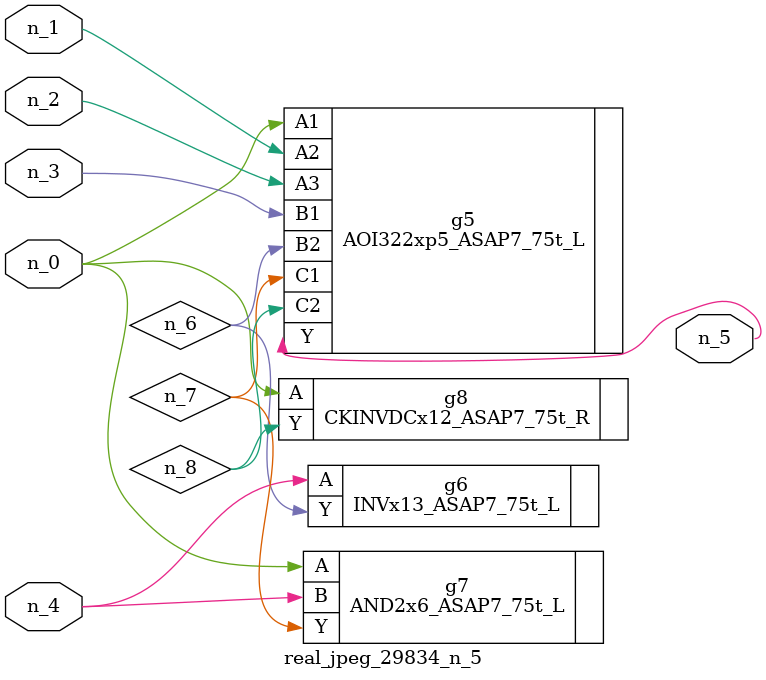
<source format=v>
module real_jpeg_29834_n_5 (n_4, n_0, n_1, n_2, n_3, n_5);

input n_4;
input n_0;
input n_1;
input n_2;
input n_3;

output n_5;

wire n_8;
wire n_6;
wire n_7;

AOI322xp5_ASAP7_75t_L g5 ( 
.A1(n_0),
.A2(n_1),
.A3(n_2),
.B1(n_3),
.B2(n_6),
.C1(n_7),
.C2(n_8),
.Y(n_5)
);

AND2x6_ASAP7_75t_L g7 ( 
.A(n_0),
.B(n_4),
.Y(n_7)
);

CKINVDCx12_ASAP7_75t_R g8 ( 
.A(n_0),
.Y(n_8)
);

INVx13_ASAP7_75t_L g6 ( 
.A(n_4),
.Y(n_6)
);


endmodule
</source>
